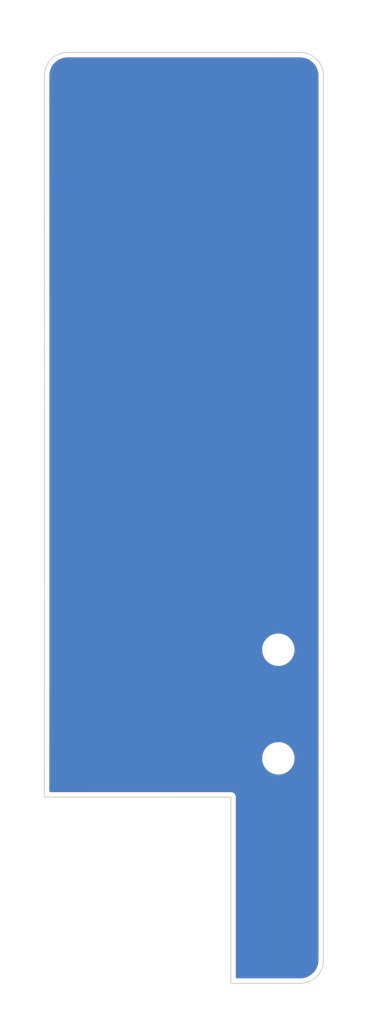
<source format=kicad_pcb>
(kicad_pcb (version 20211014) (generator pcbnew)
  (layers (0 "F.Cu" signal) (31 "B.Cu" signal) (34 "B.Paste" user) (35 "F.Paste" user) (36 "B.SilkS" user "B.Silkscreen") (37 "F.SilkS" user "F.Silkscreen") (38 "B.Mask" user) (39 "F.Mask" user) (44 "Edge.Cuts" user))
  (net 0 "")
  (footprint "Custom:M2 Screw" (layer "F.Cu") (at 159.1163 127.4923)
    (fp_text reference "REF**" hide)
    (fp_text value "M2 Screw")
    (pad "" np_thru_hole circle (at 0 0) (size 2.3 2.3) (drill 2.3) (layers *.Cu *.Mask))
  )
  (footprint "Custom:M2 Screw" (layer "F.Cu") (at 159.1163 116.3798)
    (fp_text reference "REF**" hide)
    (fp_text value "M2 Screw")
    (pad "" np_thru_hole circle (at 0 0) (size 2.3 2.3) (drill 2.3) (layers *.Cu *.Mask))
  )
  (gr_arc (start 161.35375 55.26125) (mid 163.037519 55.958731) (end 163.735 57.6425) (layer "Edge.Cuts") (width 0.1))
  (gr_line (start 135.165 112.40625) (end 135.157533 57.640033) (layer "Edge.Cuts") (width 0.1))
  (gr_arc (start 135.157533 57.640033) (mid 135.855005 55.956255) (end 137.538783 55.258783) (layer "Edge.Cuts") (width 0.1))
  (gr_line (start 163.735 129.08) (end 163.735 132.255) (layer "Edge.Cuts") (width 0.1))
  (gr_arc (start 163.735 148.13) (mid 163.037519 149.813769) (end 161.35375 150.51125) (layer "Edge.Cuts") (width 0.1))
  (gr_line (start 161.35375 150.51125) (end 154.25 150.51) (layer "Edge.Cuts") (width 0.1))
  (gr_line (start 135.155 131.45625) (end 154.25 131.46) (layer "Edge.Cuts") (width 0.1))
  (gr_line (start 135.165 112.40625) (end 135.155 131.45625) (layer "Edge.Cuts") (width 0.1))
  (gr_line (start 163.735 132.255) (end 163.735 148.13) (layer "Edge.Cuts") (width 0.1))
  (gr_line (start 154.25 131.46) (end 154.25 150.51) (layer "Edge.Cuts") (width 0.1))
  (gr_line (start 163.735 57.6425) (end 163.735 129.08) (layer "Edge.Cuts") (width 0.1))
  (gr_line (start 137.538783 55.258783) (end 161.35375 55.26125) (layer "Edge.Cuts") (width 0.1))
  (zone (net 0) (net_name "") (layer "F.Cu") (connect_pads (clearance 0.508)) (min_thickness 0.254) (fill yes (thermal_gap 0.508) (thermal_bridge_width 0.508))
    (polygon (pts (xy 168.71 154.67375) (xy 130.61 154.67375) (xy 130.61 49.89875) (xy 168.71 49.89875)))
  )
  (zone (net 0) (net_name "") (layer "B.Cu") (connect_pads (clearance 0.508)) (min_thickness 0.254) (fill yes (thermal_gap 0.508) (thermal_bridge_width 0.508))
    (polygon (pts (xy 168.71 154.67375) (xy 130.61 154.67375) (xy 130.61 49.89875) (xy 168.71 49.89875)))
  )
)
</source>
